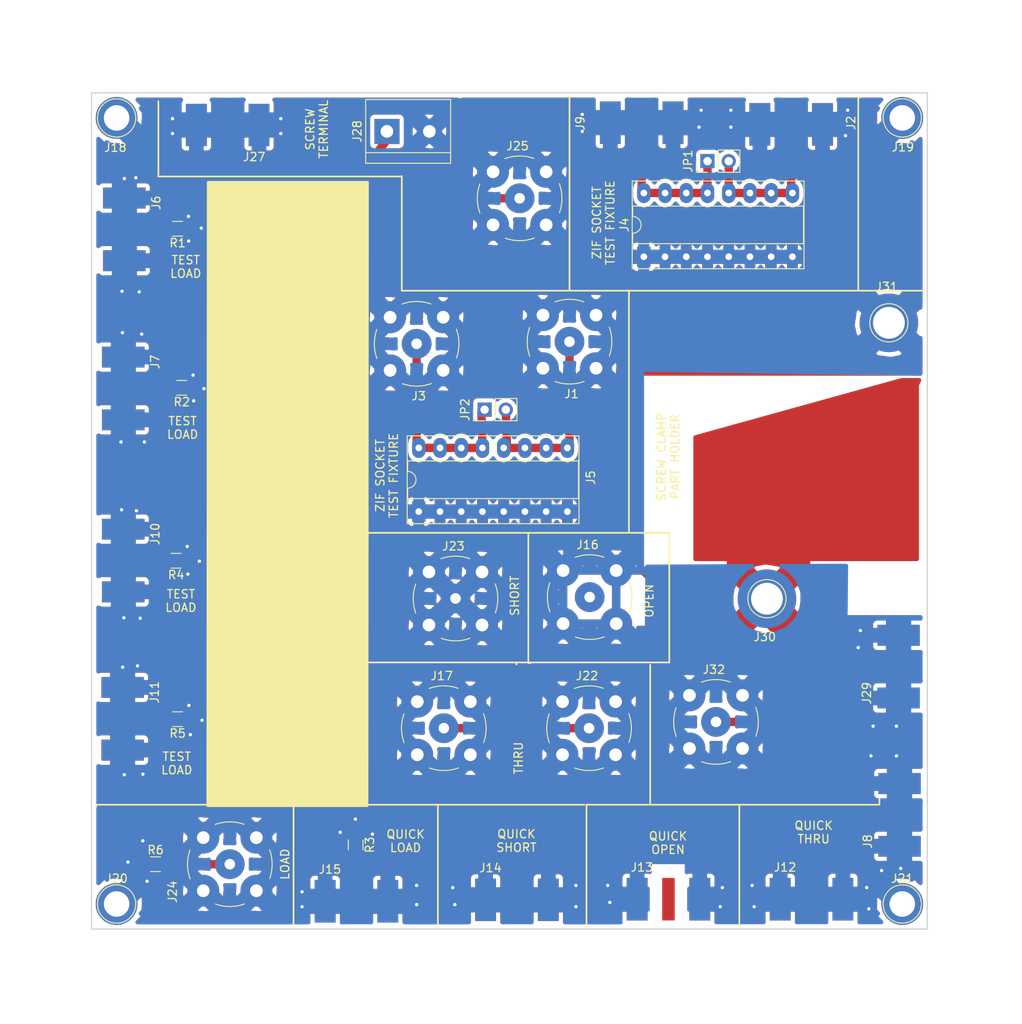
<source format=kicad_pcb>
(kicad_pcb (version 4) (host pcbnew 4.0.7)
  (layers (0 F.Cu signal) (31 B.Cu signal) (34 B.Paste user) (35 F.Paste user) (36 B.SilkS user) (37 F.SilkS user) (38 B.Mask user) (39 F.Mask user) (44 Edge.Cuts user))
  (net 0 "")
  (net 1 GND)
  (net 2 "Net-(J1-Pad1)")
  (net 3 "Net-(J2-Pad1)")
  (net 4 "Net-(J3-Pad1)")
  (net 5 "Net-(J4-Pad13)")
  (net 6 "Net-(J6-Pad1)")
  (net 7 "Net-(J7-Pad1)")
  (net 8 "Net-(J10-Pad1)")
  (net 9 "Net-(J11-Pad1)")
  (net 10 "Net-(J12-Pad1)")
  (net 11 "Net-(J15-Pad1)")
  (net 12 "Net-(J17-Pad1)")
  (net 13 "Net-(J24-Pad1)")
  (net 14 "Net-(J25-Pad1)")
  (net 15 "Net-(J29-Pad1)")
  (module fixture:Amphenol_RF_SMA_132289 (layer F.Cu) (at 133.71 53.77 90)
    (fp_text reference J2 (at 0.175 7.15 90) (layer F.SilkS))
    (fp_text value Conn_Coaxial)
    (pad 2 smd rect (at 0 3.75 180) (size 2.5 5.08) (layers B.Cu B.Paste B.Mask) (net 1 GND))
    (pad 2 smd rect (at 0 -3.75 180) (size 2.5 5.08) (layers B.Cu B.Paste B.Mask) (net 1 GND))
    (pad 2 smd rect (at 0 3.75 180) (size 2.5 5.08) (layers F.Cu F.Paste F.Mask) (net 1 GND))
    (pad 2 smd rect (at 0 -3.75 180) (size 2.5 5.08) (layers F.Cu F.Paste F.Mask) (net 1 GND))
    (pad 1 smd rect (at 0 0 180) (size 1.5 5.08) (layers F.Cu F.Paste F.Mask) (net 3 "Net-(J2-Pad1)"))
  )
  (module Connectors:1pin (layer F.Cu) (at 53 53)
    (fp_text reference J18 (at -0.1426 3.5404) (layer F.SilkS))
    (fp_text value Conn_01x01)
    (pad 1 thru_hole circle (at 0 0) (size 5 5) (drill 3.048) (layers *.Cu *.Mask) (net 1 GND))
  )
  (module Connectors:1pin (layer F.Cu) (at 147 53)
    (fp_text reference J19 (at 0.0787 3.4896) (layer F.SilkS))
    (fp_text value Conn_01x01)
    (pad 1 thru_hole circle (at 0 0) (size 5 5) (drill 3.048) (layers *.Cu *.Mask) (net 1 GND))
  )
  (module Connectors:1pin (layer F.Cu) (at 53 147)
    (fp_text reference J20 (at 0 -3.048) (layer F.SilkS))
    (fp_text value Conn_01x01)
    (pad 1 thru_hole circle (at 0 0) (size 5 5) (drill 3.048) (layers *.Cu *.Mask) (net 1 GND))
  )
  (module Connectors:1pin (layer F.Cu) (at 147 147)
    (fp_text reference J21 (at 0 -3.048) (layer F.SilkS))
    (fp_text value Conn_01x01)
    (pad 1 thru_hole circle (at 0 0) (size 5 5) (drill 3.048) (layers *.Cu *.Mask) (net 1 GND))
  )
  (module fixture:Amphenol_RF_SMA_132289 (layer F.Cu) (at 115.82 53.57 90)
    (fp_text reference J9 (at -0.075 -7.35 90) (layer F.SilkS))
    (fp_text value Conn_Coaxial)
    (pad 2 smd rect (at 0 3.75 180) (size 2.5 5.08) (layers B.Cu B.Paste B.Mask) (net 1 GND))
    (pad 2 smd rect (at 0 -3.75 180) (size 2.5 5.08) (layers B.Cu B.Paste B.Mask) (net 1 GND))
    (pad 2 smd rect (at 0 3.75 180) (size 2.5 5.08) (layers F.Cu F.Paste F.Mask) (net 1 GND))
    (pad 2 smd rect (at 0 -3.75 180) (size 2.5 5.08) (layers F.Cu F.Paste F.Mask) (net 1 GND))
    (pad 1 smd rect (at 0 0 180) (size 1.5 5.08) (layers F.Cu F.Paste F.Mask) (net 5 "Net-(J4-Pad13)"))
  )
  (module Housings_DIP:DIP-16_W7.62mm_Socket_LongPads (layer F.Cu) (at 116.078 69.596 90)
    (fp_text reference J4 (at 3.81 -2.33 90) (layer F.SilkS))
    (fp_text value Conn_02x08_Counter_Clockwise)
    (pad 1 thru_hole rect (at 0 0 90) (size 2.4 1.6) (drill 0.8) (layers *.Cu *.Mask) (net 1 GND))
    (pad 9 thru_hole oval (at 7.62 17.78 90) (size 2.4 1.6) (drill 0.8) (layers *.Cu *.Mask) (net 3 "Net-(J2-Pad1)"))
    (pad 2 thru_hole oval (at 0 2.54 90) (size 2.4 1.6) (drill 0.8) (layers *.Cu *.Mask) (net 1 GND))
    (pad 10 thru_hole oval (at 7.62 15.24 90) (size 2.4 1.6) (drill 0.8) (layers *.Cu *.Mask) (net 3 "Net-(J2-Pad1)"))
    (pad 3 thru_hole oval (at 0 5.08 90) (size 2.4 1.6) (drill 0.8) (layers *.Cu *.Mask) (net 1 GND))
    (pad 11 thru_hole oval (at 7.62 12.7 90) (size 2.4 1.6) (drill 0.8) (layers *.Cu *.Mask) (net 3 "Net-(J2-Pad1)"))
    (pad 4 thru_hole oval (at 0 7.62 90) (size 2.4 1.6) (drill 0.8) (layers *.Cu *.Mask) (net 1 GND))
    (pad 12 thru_hole oval (at 7.62 10.16 90) (size 2.4 1.6) (drill 0.8) (layers *.Cu *.Mask) (net 3 "Net-(J2-Pad1)"))
    (pad 5 thru_hole oval (at 0 10.16 90) (size 2.4 1.6) (drill 0.8) (layers *.Cu *.Mask) (net 1 GND))
    (pad 13 thru_hole oval (at 7.62 7.62 90) (size 2.4 1.6) (drill 0.8) (layers *.Cu *.Mask) (net 5 "Net-(J4-Pad13)"))
    (pad 6 thru_hole oval (at 0 12.7 90) (size 2.4 1.6) (drill 0.8) (layers *.Cu *.Mask) (net 1 GND))
    (pad 14 thru_hole oval (at 7.62 5.08 90) (size 2.4 1.6) (drill 0.8) (layers *.Cu *.Mask) (net 5 "Net-(J4-Pad13)"))
    (pad 7 thru_hole oval (at 0 15.24 90) (size 2.4 1.6) (drill 0.8) (layers *.Cu *.Mask) (net 1 GND))
    (pad 15 thru_hole oval (at 7.62 2.54 90) (size 2.4 1.6) (drill 0.8) (layers *.Cu *.Mask) (net 5 "Net-(J4-Pad13)"))
    (pad 8 thru_hole oval (at 0 17.78 90) (size 2.4 1.6) (drill 0.8) (layers *.Cu *.Mask) (net 1 GND))
    (pad 16 thru_hole oval (at 7.62 0 90) (size 2.4 1.6) (drill 0.8) (layers *.Cu *.Mask) (net 5 "Net-(J4-Pad13)"))
  )
  (module Housings_DIP:DIP-16_W7.62mm_Socket_LongPads (layer F.Cu) (at 89.154 100.076 90)
    (fp_text reference J5 (at 4.064 20.574 90) (layer F.SilkS))
    (fp_text value Conn_02x08_Counter_Clockwise)
    (pad 1 thru_hole rect (at 0 0 90) (size 2.4 1.6) (drill 0.8) (layers *.Cu *.Mask) (net 1 GND))
    (pad 9 thru_hole oval (at 7.62 17.78 90) (size 2.4 1.6) (drill 0.8) (layers *.Cu *.Mask) (net 2 "Net-(J1-Pad1)"))
    (pad 2 thru_hole oval (at 0 2.54 90) (size 2.4 1.6) (drill 0.8) (layers *.Cu *.Mask) (net 1 GND))
    (pad 10 thru_hole oval (at 7.62 15.24 90) (size 2.4 1.6) (drill 0.8) (layers *.Cu *.Mask) (net 2 "Net-(J1-Pad1)"))
    (pad 3 thru_hole oval (at 0 5.08 90) (size 2.4 1.6) (drill 0.8) (layers *.Cu *.Mask) (net 1 GND))
    (pad 11 thru_hole oval (at 7.62 12.7 90) (size 2.4 1.6) (drill 0.8) (layers *.Cu *.Mask) (net 2 "Net-(J1-Pad1)"))
    (pad 4 thru_hole oval (at 0 7.62 90) (size 2.4 1.6) (drill 0.8) (layers *.Cu *.Mask) (net 1 GND))
    (pad 12 thru_hole oval (at 7.62 10.16 90) (size 2.4 1.6) (drill 0.8) (layers *.Cu *.Mask) (net 2 "Net-(J1-Pad1)"))
    (pad 5 thru_hole oval (at 0 10.16 90) (size 2.4 1.6) (drill 0.8) (layers *.Cu *.Mask) (net 1 GND))
    (pad 13 thru_hole oval (at 7.62 7.62 90) (size 2.4 1.6) (drill 0.8) (layers *.Cu *.Mask) (net 4 "Net-(J3-Pad1)"))
    (pad 6 thru_hole oval (at 0 12.7 90) (size 2.4 1.6) (drill 0.8) (layers *.Cu *.Mask) (net 1 GND))
    (pad 14 thru_hole oval (at 7.62 5.08 90) (size 2.4 1.6) (drill 0.8) (layers *.Cu *.Mask) (net 4 "Net-(J3-Pad1)"))
    (pad 7 thru_hole oval (at 0 15.24 90) (size 2.4 1.6) (drill 0.8) (layers *.Cu *.Mask) (net 1 GND))
    (pad 15 thru_hole oval (at 7.62 2.54 90) (size 2.4 1.6) (drill 0.8) (layers *.Cu *.Mask) (net 4 "Net-(J3-Pad1)"))
    (pad 8 thru_hole oval (at 0 17.78 90) (size 2.4 1.6) (drill 0.8) (layers *.Cu *.Mask) (net 1 GND))
    (pad 16 thru_hole oval (at 7.62 0 90) (size 2.4 1.6) (drill 0.8) (layers *.Cu *.Mask) (net 4 "Net-(J3-Pad1)"))
  )
  (module Pin_Headers:Pin_Header_Straight_1x02_Pitch2.54mm (layer F.Cu) (at 123.698 58.166 90)
    (fp_text reference JP1 (at 0 -2.33 90) (layer F.SilkS))
    (fp_text value Jumper_NO_Small)
    (pad 1 thru_hole rect (at 0 0 90) (size 1.7 1.7) (drill 1) (layers *.Cu *.Mask) (net 5 "Net-(J4-Pad13)"))
    (pad 2 thru_hole oval (at 0 2.54 90) (size 1.7 1.7) (drill 1) (layers *.Cu *.Mask) (net 3 "Net-(J2-Pad1)"))
  )
  (module Pin_Headers:Pin_Header_Straight_1x02_Pitch2.54mm (layer F.Cu) (at 97.028 87.884 90)
    (fp_text reference JP2 (at 0 -2.33 90) (layer F.SilkS))
    (fp_text value Jumper_NO_Small)
    (pad 1 thru_hole rect (at 0 0 90) (size 1.7 1.7) (drill 1) (layers *.Cu *.Mask) (net 4 "Net-(J3-Pad1)"))
    (pad 2 thru_hole oval (at 0 2.54 90) (size 1.7 1.7) (drill 1) (layers *.Cu *.Mask) (net 2 "Net-(J1-Pad1)"))
  )
  (module fixture:Amphenol_RF_SMA_132289 (layer F.Cu) (at 53.925 66.325 180)
    (fp_text reference J6 (at -3.81 3.175 450) (layer F.SilkS))
    (fp_text value Conn_Coaxial)
    (pad 2 smd rect (at 0 3.75 270) (size 2.5 5.08) (layers B.Cu B.Paste B.Mask) (net 1 GND))
    (pad 2 smd rect (at 0 -3.75 270) (size 2.5 5.08) (layers B.Cu B.Paste B.Mask) (net 1 GND))
    (pad 2 smd rect (at 0 3.75 270) (size 2.5 5.08) (layers F.Cu F.Paste F.Mask) (net 1 GND))
    (pad 2 smd rect (at 0 -3.75 270) (size 2.5 5.08) (layers F.Cu F.Paste F.Mask) (net 1 GND))
    (pad 1 smd rect (at 0 0 270) (size 1.5 5.08) (layers F.Cu F.Paste F.Mask) (net 6 "Net-(J6-Pad1)"))
  )
  (module fixture:Amphenol_RF_SMA_132289 (layer F.Cu) (at 53.8 85.35 180)
    (fp_text reference J7 (at -3.81 3.175 450) (layer F.SilkS))
    (fp_text value Conn_Coaxial)
    (pad 2 smd rect (at 0 3.75 270) (size 2.5 5.08) (layers B.Cu B.Paste B.Mask) (net 1 GND))
    (pad 2 smd rect (at 0 -3.75 270) (size 2.5 5.08) (layers B.Cu B.Paste B.Mask) (net 1 GND))
    (pad 2 smd rect (at 0 3.75 270) (size 2.5 5.08) (layers F.Cu F.Paste F.Mask) (net 1 GND))
    (pad 2 smd rect (at 0 -3.75 270) (size 2.5 5.08) (layers F.Cu F.Paste F.Mask) (net 1 GND))
    (pad 1 smd rect (at 0 0 270) (size 1.5 5.08) (layers F.Cu F.Paste F.Mask) (net 7 "Net-(J7-Pad1)"))
  )
  (module fixture:Amphenol_RF_SMA_132289 (layer F.Cu) (at 53.8 105.925 180)
    (fp_text reference J10 (at -3.81 3.175 450) (layer F.SilkS))
    (fp_text value Conn_Coaxial)
    (pad 2 smd rect (at 0 3.75 270) (size 2.5 5.08) (layers B.Cu B.Paste B.Mask) (net 1 GND))
    (pad 2 smd rect (at 0 -3.75 270) (size 2.5 5.08) (layers B.Cu B.Paste B.Mask) (net 1 GND))
    (pad 2 smd rect (at 0 3.75 270) (size 2.5 5.08) (layers F.Cu F.Paste F.Mask) (net 1 GND))
    (pad 2 smd rect (at 0 -3.75 270) (size 2.5 5.08) (layers F.Cu F.Paste F.Mask) (net 1 GND))
    (pad 1 smd rect (at 0 0 270) (size 1.5 5.08) (layers F.Cu F.Paste F.Mask) (net 8 "Net-(J10-Pad1)"))
  )
  (module fixture:Amphenol_RF_SMA_132289 (layer F.Cu) (at 53.725 124.85 180)
    (fp_text reference J11 (at -3.81 3.175 450) (layer F.SilkS))
    (fp_text value Conn_Coaxial)
    (pad 2 smd rect (at 0 3.75 270) (size 2.5 5.08) (layers B.Cu B.Paste B.Mask) (net 1 GND))
    (pad 2 smd rect (at 0 -3.75 270) (size 2.5 5.08) (layers B.Cu B.Paste B.Mask) (net 1 GND))
    (pad 2 smd rect (at 0 3.75 270) (size 2.5 5.08) (layers F.Cu F.Paste F.Mask) (net 1 GND))
    (pad 2 smd rect (at 0 -3.75 270) (size 2.5 5.08) (layers F.Cu F.Paste F.Mask) (net 1 GND))
    (pad 1 smd rect (at 0 0 270) (size 1.5 5.08) (layers F.Cu F.Paste F.Mask) (net 9 "Net-(J11-Pad1)"))
  )
  (module Resistors_SMD:R_0805_HandSoldering (layer F.Cu) (at 60.3 66.25 180)
    (fp_text reference R1 (at 0 -1.7 180) (layer F.SilkS))
    (fp_text value R)
    (pad 1 smd rect (at -1.35 0 180) (size 1.5 1.3) (layers F.Cu F.Paste F.Mask) (net 1 GND))
    (pad 2 smd rect (at 1.35 0 180) (size 1.5 1.3) (layers F.Cu F.Paste F.Mask) (net 6 "Net-(J6-Pad1)"))
  )
  (module Resistors_SMD:R_0805_HandSoldering (layer F.Cu) (at 60.8 85.275 180)
    (fp_text reference R2 (at 0 -1.7 180) (layer F.SilkS))
    (fp_text value R)
    (pad 1 smd rect (at -1.35 0 180) (size 1.5 1.3) (layers F.Cu F.Paste F.Mask) (net 1 GND))
    (pad 2 smd rect (at 1.35 0 180) (size 1.5 1.3) (layers F.Cu F.Paste F.Mask) (net 7 "Net-(J7-Pad1)"))
  )
  (module Resistors_SMD:R_0805_HandSoldering (layer F.Cu) (at 60.125 105.95 180)
    (fp_text reference R4 (at 0 -1.7 180) (layer F.SilkS))
    (fp_text value R)
    (pad 1 smd rect (at -1.35 0 180) (size 1.5 1.3) (layers F.Cu F.Paste F.Mask) (net 1 GND))
    (pad 2 smd rect (at 1.35 0 180) (size 1.5 1.3) (layers F.Cu F.Paste F.Mask) (net 8 "Net-(J10-Pad1)"))
  )
  (module Resistors_SMD:R_0805_HandSoldering (layer F.Cu) (at 60.3 124.9 180)
    (fp_text reference R5 (at 0 -1.7 180) (layer F.SilkS))
    (fp_text value R)
    (pad 1 smd rect (at -1.35 0 180) (size 1.5 1.3) (layers F.Cu F.Paste F.Mask) (net 1 GND))
    (pad 2 smd rect (at 1.35 0 180) (size 1.5 1.3) (layers F.Cu F.Paste F.Mask) (net 9 "Net-(J11-Pad1)"))
  )
  (module fixture:Amphenol_RF_SMA_132289 (layer F.Cu) (at 146.675 136.35)
    (fp_text reference J8 (at -3.81 3.175 270) (layer F.SilkS))
    (fp_text value Conn_Coaxial)
    (pad 2 smd rect (at 0 3.75 90) (size 2.5 5.08) (layers B.Cu B.Paste B.Mask) (net 1 GND))
    (pad 2 smd rect (at 0 -3.75 90) (size 2.5 5.08) (layers B.Cu B.Paste B.Mask) (net 1 GND))
    (pad 2 smd rect (at 0 3.75 90) (size 2.5 5.08) (layers F.Cu F.Paste F.Mask) (net 1 GND))
    (pad 2 smd rect (at 0 -3.75 90) (size 2.5 5.08) (layers F.Cu F.Paste F.Mask) (net 1 GND))
    (pad 1 smd rect (at 0 0 90) (size 1.5 5.08) (layers F.Cu F.Paste F.Mask) (net 10 "Net-(J12-Pad1)"))
  )
  (module fixture:Amphenol_RF_SMA_132289 (layer F.Cu) (at 136.15 146.425 270)
    (fp_text reference J12 (at -3.81 3.175 540) (layer F.SilkS))
    (fp_text value Conn_Coaxial)
    (pad 2 smd rect (at 0 3.75) (size 2.5 5.08) (layers B.Cu B.Paste B.Mask) (net 1 GND))
    (pad 2 smd rect (at 0 -3.75) (size 2.5 5.08) (layers B.Cu B.Paste B.Mask) (net 1 GND))
    (pad 2 smd rect (at 0 3.75) (size 2.5 5.08) (layers F.Cu F.Paste F.Mask) (net 1 GND))
    (pad 2 smd rect (at 0 -3.75) (size 2.5 5.08) (layers F.Cu F.Paste F.Mask) (net 1 GND))
    (pad 1 smd rect (at 0 0) (size 1.5 5.08) (layers F.Cu F.Paste F.Mask) (net 10 "Net-(J12-Pad1)"))
  )
  (module fixture:Amphenol_RF_SMA_132289 (layer F.Cu) (at 119.025 146.425 270)
    (fp_text reference J13 (at -3.81 3.175 540) (layer F.SilkS))
    (fp_text value Conn_Coaxial)
    (pad 2 smd rect (at 0 3.75) (size 2.5 5.08) (layers B.Cu B.Paste B.Mask) (net 1 GND))
    (pad 2 smd rect (at 0 -3.75) (size 2.5 5.08) (layers B.Cu B.Paste B.Mask) (net 1 GND))
    (pad 2 smd rect (at 0 3.75) (size 2.5 5.08) (layers F.Cu F.Paste F.Mask) (net 1 GND))
    (pad 2 smd rect (at 0 -3.75) (size 2.5 5.08) (layers F.Cu F.Paste F.Mask) (net 1 GND))
    (pad 1 smd rect (at 0 0) (size 1.5 5.08) (layers F.Cu F.Paste F.Mask))
  )
  (module fixture:Amphenol_RF_SMA_132289 (layer F.Cu) (at 100.9 146.5 270)
    (fp_text reference J14 (at -3.81 3.175 540) (layer F.SilkS))
    (fp_text value Conn_Coaxial)
    (pad 2 smd rect (at 0 3.75) (size 2.5 5.08) (layers B.Cu B.Paste B.Mask) (net 1 GND))
    (pad 2 smd rect (at 0 -3.75) (size 2.5 5.08) (layers B.Cu B.Paste B.Mask) (net 1 GND))
    (pad 2 smd rect (at 0 3.75) (size 2.5 5.08) (layers F.Cu F.Paste F.Mask) (net 1 GND))
    (pad 2 smd rect (at 0 -3.75) (size 2.5 5.08) (layers F.Cu F.Paste F.Mask) (net 1 GND))
    (pad 1 smd rect (at 0 0) (size 1.5 5.08) (layers F.Cu F.Paste F.Mask) (net 1 GND))
  )
  (module fixture:Amphenol_RF_SMA_132289 (layer F.Cu) (at 81.7 146.675 270)
    (fp_text reference J15 (at -3.81 3.175 540) (layer F.SilkS))
    (fp_text value Conn_Coaxial)
    (pad 2 smd rect (at 0 3.75) (size 2.5 5.08) (layers B.Cu B.Paste B.Mask) (net 1 GND))
    (pad 2 smd rect (at 0 -3.75) (size 2.5 5.08) (layers B.Cu B.Paste B.Mask) (net 1 GND))
    (pad 2 smd rect (at 0 3.75) (size 2.5 5.08) (layers F.Cu F.Paste F.Mask) (net 1 GND))
    (pad 2 smd rect (at 0 -3.75) (size 2.5 5.08) (layers F.Cu F.Paste F.Mask) (net 1 GND))
    (pad 1 smd rect (at 0 0) (size 1.5 5.08) (layers F.Cu F.Paste F.Mask) (net 11 "Net-(J15-Pad1)"))
  )
  (module Resistors_SMD:R_0805_HandSoldering (layer F.Cu) (at 81.6 139.925 270)
    (fp_text reference R3 (at 0 -1.7 270) (layer F.SilkS))
    (fp_text value R)
    (pad 1 smd rect (at -1.35 0 270) (size 1.5 1.3) (layers F.Cu F.Paste F.Mask) (net 1 GND))
    (pad 2 smd rect (at 1.35 0 270) (size 1.5 1.3) (layers F.Cu F.Paste F.Mask) (net 11 "Net-(J15-Pad1)"))
  )
  (module Connectors:bnc-ci (layer F.Cu) (at 107.188 79.756 180)
    (fp_text reference J1 (at -0.25 -6.25 180) (layer F.SilkS))
    (fp_text value Conn_Coaxial)
    (pad 2 thru_hole circle (at -3.175 -3.175 180) (size 3.81 3.81) (drill 1.524) (layers *.Cu *.Mask) (net 1 GND))
    (pad 1 thru_hole circle (at 0 0 180) (size 3.556 3.556) (drill 1.27) (layers *.Cu *.Mask) (net 2 "Net-(J1-Pad1)"))
    (pad 2 thru_hole circle (at 3.175 -3.175 180) (size 3.81 3.81) (drill 1.524) (layers *.Cu *.Mask) (net 1 GND))
    (pad 2 thru_hole circle (at -3.175 3.175 180) (size 3.81 3.81) (drill 1.524) (layers *.Cu *.Mask) (net 1 GND))
    (pad 2 thru_hole circle (at 3.175 3.175 180) (size 3.81 3.81) (drill 1.524) (layers *.Cu *.Mask) (net 1 GND))
  )
  (module Connectors:bnc-ci (layer F.Cu) (at 88.9 80.01 180)
    (fp_text reference J3 (at -0.25 -6.25 180) (layer F.SilkS))
    (fp_text value Conn_Coaxial)
    (pad 2 thru_hole circle (at -3.175 -3.175 180) (size 3.81 3.81) (drill 1.524) (layers *.Cu *.Mask) (net 1 GND))
    (pad 1 thru_hole circle (at 0 0 180) (size 3.556 3.556) (drill 1.27) (layers *.Cu *.Mask) (net 4 "Net-(J3-Pad1)"))
    (pad 2 thru_hole circle (at 3.175 -3.175 180) (size 3.81 3.81) (drill 1.524) (layers *.Cu *.Mask) (net 1 GND))
    (pad 2 thru_hole circle (at -3.175 3.175 180) (size 3.81 3.81) (drill 1.524) (layers *.Cu *.Mask) (net 1 GND))
    (pad 2 thru_hole circle (at 3.175 3.175 180) (size 3.81 3.81) (drill 1.524) (layers *.Cu *.Mask) (net 1 GND))
  )
  (module Connectors:bnc-ci (layer F.Cu) (at 109.601 110.2995)
    (fp_text reference J16 (at -0.25 -6.25) (layer F.SilkS))
    (fp_text value Conn_Coaxial)
    (pad 2 thru_hole circle (at -3.175 -3.175) (size 3.81 3.81) (drill 1.524) (layers *.Cu *.Mask) (net 1 GND))
    (pad 1 thru_hole circle (at 0 0) (size 3.556 3.556) (drill 1.27) (layers *.Cu *.Mask))
    (pad 2 thru_hole circle (at 3.175 -3.175) (size 3.81 3.81) (drill 1.524) (layers *.Cu *.Mask) (net 1 GND))
    (pad 2 thru_hole circle (at -3.175 3.175) (size 3.81 3.81) (drill 1.524) (layers *.Cu *.Mask) (net 1 GND))
    (pad 2 thru_hole circle (at 3.175 3.175) (size 3.81 3.81) (drill 1.524) (layers *.Cu *.Mask) (net 1 GND))
  )
  (module Connectors:bnc-ci (layer F.Cu) (at 92.15 125.975)
    (fp_text reference J17 (at -0.25 -6.25) (layer F.SilkS))
    (fp_text value Conn_Coaxial)
    (pad 2 thru_hole circle (at -3.175 -3.175) (size 3.81 3.81) (drill 1.524) (layers *.Cu *.Mask) (net 1 GND))
    (pad 1 thru_hole circle (at 0 0) (size 3.556 3.556) (drill 1.27) (layers *.Cu *.Mask) (net 12 "Net-(J17-Pad1)"))
    (pad 2 thru_hole circle (at 3.175 -3.175) (size 3.81 3.81) (drill 1.524) (layers *.Cu *.Mask) (net 1 GND))
    (pad 2 thru_hole circle (at -3.175 3.175) (size 3.81 3.81) (drill 1.524) (layers *.Cu *.Mask) (net 1 GND))
    (pad 2 thru_hole circle (at 3.175 3.175) (size 3.81 3.81) (drill 1.524) (layers *.Cu *.Mask) (net 1 GND))
  )
  (module Connectors:bnc-ci (layer F.Cu) (at 109.525 125.975)
    (fp_text reference J22 (at -0.25 -6.25) (layer F.SilkS))
    (fp_text value Conn_Coaxial)
    (pad 2 thru_hole circle (at -3.175 -3.175) (size 3.81 3.81) (drill 1.524) (layers *.Cu *.Mask) (net 1 GND))
    (pad 1 thru_hole circle (at 0 0) (size 3.556 3.556) (drill 1.27) (layers *.Cu *.Mask) (net 12 "Net-(J17-Pad1)"))
    (pad 2 thru_hole circle (at 3.175 -3.175) (size 3.81 3.81) (drill 1.524) (layers *.Cu *.Mask) (net 1 GND))
    (pad 2 thru_hole circle (at -3.175 3.175) (size 3.81 3.81) (drill 1.524) (layers *.Cu *.Mask) (net 1 GND))
    (pad 2 thru_hole circle (at 3.175 3.175) (size 3.81 3.81) (drill 1.524) (layers *.Cu *.Mask) (net 1 GND))
  )
  (module Connectors:bnc-ci (layer F.Cu) (at 93.5482 110.4646)
    (fp_text reference J23 (at -0.25 -6.25) (layer F.SilkS))
    (fp_text value Conn_Coaxial)
    (pad 2 thru_hole circle (at -3.175 -3.175) (size 3.81 3.81) (drill 1.524) (layers *.Cu *.Mask) (net 1 GND))
    (pad 1 thru_hole circle (at 0 0) (size 3.556 3.556) (drill 1.27) (layers *.Cu *.Mask) (net 1 GND))
    (pad 2 thru_hole circle (at 3.175 -3.175) (size 3.81 3.81) (drill 1.524) (layers *.Cu *.Mask) (net 1 GND))
    (pad 2 thru_hole circle (at -3.175 3.175) (size 3.81 3.81) (drill 1.524) (layers *.Cu *.Mask) (net 1 GND))
    (pad 2 thru_hole circle (at 3.175 3.175) (size 3.81 3.81) (drill 1.524) (layers *.Cu *.Mask) (net 1 GND))
  )
  (module Connectors:bnc-ci (layer F.Cu) (at 66.548 142.24)
    (fp_text reference J24 (at -6.858 3.302 90) (layer F.SilkS))
    (fp_text value Conn_Coaxial)
    (pad 2 thru_hole circle (at -3.175 -3.175) (size 3.81 3.81) (drill 1.524) (layers *.Cu *.Mask) (net 1 GND))
    (pad 1 thru_hole circle (at 0 0) (size 3.556 3.556) (drill 1.27) (layers *.Cu *.Mask) (net 13 "Net-(J24-Pad1)"))
    (pad 2 thru_hole circle (at 3.175 -3.175) (size 3.81 3.81) (drill 1.524) (layers *.Cu *.Mask) (net 1 GND))
    (pad 2 thru_hole circle (at -3.175 3.175) (size 3.81 3.81) (drill 1.524) (layers *.Cu *.Mask) (net 1 GND))
    (pad 2 thru_hole circle (at 3.175 3.175) (size 3.81 3.81) (drill 1.524) (layers *.Cu *.Mask) (net 1 GND))
  )
  (module Resistors_SMD:R_0805_HandSoldering (layer F.Cu) (at 57.658 142.24)
    (fp_text reference R6 (at 0 -1.7) (layer F.SilkS))
    (fp_text value R)
    (pad 1 smd rect (at -1.35 0) (size 1.5 1.3) (layers F.Cu F.Paste F.Mask) (net 1 GND))
    (pad 2 smd rect (at 1.35 0) (size 1.5 1.3) (layers F.Cu F.Paste F.Mask) (net 13 "Net-(J24-Pad1)"))
  )
  (module Connectors:bnc-ci (layer F.Cu) (at 101.219 62.611)
    (fp_text reference J25 (at -0.25 -6.25) (layer F.SilkS))
    (fp_text value Conn_Coaxial)
    (pad 2 thru_hole circle (at -3.175 -3.175) (size 3.81 3.81) (drill 1.524) (layers *.Cu *.Mask) (net 1 GND))
    (pad 1 thru_hole circle (at 0 0) (size 3.556 3.556) (drill 1.27) (layers *.Cu *.Mask) (net 14 "Net-(J25-Pad1)"))
    (pad 2 thru_hole circle (at 3.175 -3.175) (size 3.81 3.81) (drill 1.524) (layers *.Cu *.Mask) (net 1 GND))
    (pad 2 thru_hole circle (at -3.175 3.175) (size 3.81 3.81) (drill 1.524) (layers *.Cu *.Mask) (net 1 GND))
    (pad 2 thru_hole circle (at 3.175 3.175) (size 3.81 3.81) (drill 1.524) (layers *.Cu *.Mask) (net 1 GND))
  )
  (module fixture:Amphenol_RF_SMA_132289 (layer F.Cu) (at 66.294 53.848 90)
    (fp_text reference J27 (at -3.81 3.175 360) (layer F.SilkS))
    (fp_text value Conn_Coaxial)
    (pad 2 smd rect (at 0 3.75 180) (size 2.5 5.08) (layers B.Cu B.Paste B.Mask) (net 1 GND))
    (pad 2 smd rect (at 0 -3.75 180) (size 2.5 5.08) (layers B.Cu B.Paste B.Mask) (net 1 GND))
    (pad 2 smd rect (at 0 3.75 180) (size 2.5 5.08) (layers F.Cu F.Paste F.Mask) (net 1 GND))
    (pad 2 smd rect (at 0 -3.75 180) (size 2.5 5.08) (layers F.Cu F.Paste F.Mask) (net 1 GND))
    (pad 1 smd rect (at 0 0 180) (size 1.5 5.08) (layers F.Cu F.Paste F.Mask) (net 14 "Net-(J25-Pad1)"))
  )
  (module Connectors_Terminal_Blocks:TerminalBlock_bornier-2_P5.08mm (layer F.Cu) (at 85.344 54.61)
    (fp_text reference J28 (at -3.556 0 90) (layer F.SilkS))
    (fp_text value Conn_01x02)
    (pad 1 thru_hole rect (at 0 0) (size 3 3) (drill 1.52) (layers *.Cu *.Mask) (net 14 "Net-(J25-Pad1)"))
    (pad 2 thru_hole circle (at 5.08 0) (size 3 3) (drill 1.52) (layers *.Cu *.Mask) (net 1 GND))
  )
  (module fixture:Amphenol_RF_SMA_132289 (layer F.Cu) (at 146.558 118.618)
    (fp_text reference J29 (at -3.81 3.175 270) (layer F.SilkS))
    (fp_text value Conn_Coaxial)
    (pad 2 smd rect (at 0 3.75 90) (size 2.5 5.08) (layers B.Cu B.Paste B.Mask) (net 1 GND))
    (pad 2 smd rect (at 0 -3.75 90) (size 2.5 5.08) (layers B.Cu B.Paste B.Mask) (net 1 GND))
    (pad 2 smd rect (at 0 3.75 90) (size 2.5 5.08) (layers F.Cu F.Paste F.Mask) (net 1 GND))
    (pad 2 smd rect (at 0 -3.75 90) (size 2.5 5.08) (layers F.Cu F.Paste F.Mask) (net 1 GND))
    (pad 1 smd rect (at 0 0 90) (size 1.5 5.08) (layers F.Cu F.Paste F.Mask) (net 15 "Net-(J29-Pad1)"))
  )
  (module Connectors:1pin (layer F.Cu) (at 130.81 110.49)
    (fp_text reference J30 (at -0.254 4.572) (layer F.SilkS))
    (fp_text value Conn_01x01)
    (pad 1 thru_hole circle (at 0 0) (size 7 7) (drill 3.8) (layers *.Cu *.Mask) (net 15 "Net-(J29-Pad1)"))
  )
  (module Connectors:1pin (layer F.Cu) (at 145.4 77.5)
    (fp_text reference J31 (at -0.254 -4.318) (layer F.SilkS))
    (fp_text value Conn_01x01)
    (pad 1 thru_hole circle (at 0 0) (size 7 7) (drill 3.8) (layers *.Cu *.Mask) (net 1 GND))
  )
  (module Connectors:bnc-ci (layer F.Cu) (at 124.714 125.222)
    (fp_text reference J32 (at -0.25 -6.25) (layer F.SilkS))
    (fp_text value Conn_Coaxial)
    (pad 2 thru_hole circle (at -3.175 -3.175) (size 3.81 3.81) (drill 1.524) (layers *.Cu *.Mask) (net 1 GND))
    (pad 1 thru_hole circle (at 0 0) (size 3.556 3.556) (drill 1.27) (layers *.Cu *.Mask) (net 15 "Net-(J29-Pad1)"))
    (pad 2 thru_hole circle (at 3.175 -3.175) (size 3.81 3.81) (drill 1.524) (layers *.Cu *.Mask) (net 1 GND))
    (pad 2 thru_hole circle (at -3.175 3.175) (size 3.81 3.81) (drill 1.524) (layers *.Cu *.Mask) (net 1 GND))
    (pad 2 thru_hole circle (at 3.175 3.175) (size 3.81 3.81) (drill 1.524) (layers *.Cu *.Mask) (net 1 GND))
  )
  (gr_line (start 102.2604 118.1862) (end 102.5398 118.1862) (angle 90) (layer F.SilkS) (width 0.2))
  (gr_line (start 102.2604 102.7684) (end 102.2604 118.1862) (angle 90) (layer F.SilkS) (width 0.2))
  (gr_line (start 58 60) (end 58 51) (angle 90) (layer F.SilkS) (width 0.2))
  (gr_line (start 87 60) (end 58 60) (angle 90) (layer F.SilkS) (width 0.2))
  (gr_line (start 141.732 73.66) (end 149.606 73.66) (angle 90) (layer F.SilkS) (width 0.2))
  (gr_line (start 141.732 50.546) (end 141.986 50.546) (angle 90) (layer F.SilkS) (width 0.2))
  (gr_line (start 141.732 73.66) (end 141.732 50.546) (angle 90) (layer F.SilkS) (width 0.2))
  (gr_line (start 114.046 73.66) (end 141.732 73.66) (angle 90) (layer F.SilkS) (width 0.2))
  (gr_line (start 116.84 118.364) (end 116.84 135.128) (angle 90) (layer F.SilkS) (width 0.2))
  (gr_line (start 100.838 118.11) (end 100.838 118.364) (angle 90) (layer F.SilkS) (width 0.2))
  (gr_line (start 119.126 118.11) (end 100.838 118.11) (angle 90) (layer F.SilkS) (width 0.2))
  (gr_line (start 119.126 102.616) (end 119.126 118.11) (angle 90) (layer F.SilkS) (width 0.2))
  (gr_line (start 114.3 102.616) (end 119.126 102.616) (angle 90) (layer F.SilkS) (width 0.2))
  (gr_line (start 100.838 118.11) (end 83.058 118.11) (angle 90) (layer F.SilkS) (width 0.2))
  (gr_line (start 83.058 102.616) (end 83.058 102.87) (angle 90) (layer F.SilkS) (width 0.2))
  (gr_line (start 114.3 102.616) (end 83.058 102.616) (angle 90) (layer F.SilkS) (width 0.2))
  (gr_line (start 114.3 73.66) (end 114.3 102.616) (angle 90) (layer F.SilkS) (width 0.2))
  (gr_line (start 107.188 73.66) (end 114.3 73.66) (angle 90) (layer F.SilkS) (width 0.2))
  (gr_line (start 107.188 73.66) (end 107.188 50.292) (angle 90) (layer F.SilkS) (width 0.2))
  (gr_line (start 87.122 73.66) (end 107.188 73.66) (angle 90) (layer F.SilkS) (width 0.2))
  (gr_line (start 87.122 59.944) (end 87.122 73.66) (angle 90) (layer F.SilkS) (width 0.2))
  (gr_line (start 94.234 50.546) (end 93.98 50.546) (angle 90) (layer F.SilkS) (width 0.2))
  (gr_line (start 50.546 135.128) (end 50.546 135.382) (angle 90) (layer F.SilkS) (width 0.2))
  (gr_line (start 74.168 135.128) (end 50.546 135.128) (angle 90) (layer F.SilkS) (width 0.2))
  (gr_line (start 74.168 135.128) (end 91.44 135.128) (angle 90) (layer F.SilkS) (width 0.2))
  (gr_line (start 74.168 149.352) (end 74.168 135.128) (angle 90) (layer F.SilkS) (width 0.2))
  (gr_line (start 91.44 135.128) (end 108.966 135.128) (angle 90) (layer F.SilkS) (width 0.2))
  (gr_line (start 91.44 149.352) (end 91.44 135.128) (angle 90) (layer F.SilkS) (width 0.2))
  (gr_line (start 109.22 135.128) (end 127.508 135.128) (angle 90) (layer F.SilkS) (width 0.2))
  (gr_line (start 109.22 149.606) (end 109.22 135.128) (angle 90) (layer F.SilkS) (width 0.2))
  (gr_line (start 144.272 135.128) (end 144.272 134.366) (angle 90) (layer F.SilkS) (width 0.2))
  (gr_line (start 127.508 135.128) (end 144.272 135.128) (angle 90) (layer F.SilkS) (width 0.2))
  (gr_line (start 127.508 149.352) (end 127.508 135.128) (angle 90) (layer F.SilkS) (width 0.2))
  (gr_text "SCREW CLAMP\nPART HOLDER" (at 119 93.5 90) (layer F.SilkS) (effects (font (size 1 1))))
  (gr_text "SCREW\nTERMINAL\n" (at 76.962 54.356 90) (layer F.SilkS) (effects (font (size 1 1))))
  (gr_text "QUICK\nSHORT" (at 100.838 139.446) (layer F.SilkS) (effects (font (size 1 1))))
  (gr_text LOAD (at 73.152 142.24 90) (layer F.SilkS) (effects (font (size 1 1))))
  (gr_text SHORT (at 100.6348 110.1344 90) (layer F.SilkS) (effects (font (size 1 1))))
  (gr_text THRU (at 101.092 129.54 90) (layer F.SilkS) (effects (font (size 1 1))))
  (gr_text OPEN (at 116.713 110.744 90) (layer F.SilkS) (effects (font (size 1 1))))
  (gr_text "QUICK\nLOAD" (at 87.575 139.475) (layer F.SilkS) (effects (font (size 1 1))))
  (gr_text "QUICK\nOPEN" (at 118.975 139.7) (layer F.SilkS) (effects (font (size 1 1))))
  (gr_text "QUICK\nTHRU" (at 136.398 138.43) (layer F.SilkS) (effects (font (size 1 1))))
  (gr_text "TEST\nLOAD" (at 60.2 130.175) (layer F.SilkS) (effects (font (size 1 1))))
  (gr_text "TEST\nLOAD" (at 60.7 110.75) (layer F.SilkS) (effects (font (size 1 1))))
  (gr_text "TEST\nLOAD" (at 60.9 90.05) (layer F.SilkS) (effects (font (size 1 1))))
  (gr_text "TEST\nLOAD" (at 61.275 70.8) (layer F.SilkS) (effects (font (size 1 1))))
  (gr_text "ZIF SOCKET\nTEST FIXTURE" (at 85.344 95.758 90) (layer F.SilkS) (effects (font (size 1 1))))
  (gr_text "ZIF SOCKET\nTEST FIXTURE" (at 111.252 65.532 90) (layer F.SilkS) (effects (font (size 1 1))))
  (gr_line (start 50 150) (end 50 50) (angle 90) (layer Edge.Cuts) (width 0.15))
  (gr_line (start 150 150) (end 50 150) (angle 90) (layer Edge.Cuts) (width 0.15))
  (gr_line (start 150 50) (end 150 150) (angle 90) (layer Edge.Cuts) (width 0.15))
  (gr_line (start 50 50) (end 150 50) (angle 90) (layer Edge.Cuts) (width 0.15))
  (segment (start 106.934 100.076) (end 106.934 106.6165) (width 1) (layer F.Cu) (net 1))
  (segment (start 106.934 106.6165) (end 106.426 107.1245) (width 1) (layer F.Cu) (net 1))
  (segment (start 106.426 107.1245) (end 112.776 107.1245) (width 1) (layer F.Cu) (net 1))
  (segment (start 106.426 113.4745) (end 106.426 107.1245) (width 1) (layer F.Cu) (net 1))
  (segment (start 112.776 113.4745) (end 106.426 113.4745) (width 1) (layer F.Cu) (net 1))
  (segment (start 112.776 107.1245) (end 112.776 113.4745) (width 1) (layer F.Cu) (net 1))
  (segment (start 117.1575 117.6655) (end 121.539 122.047) (width 1) (layer B.Cu) (net 1))
  (segment (start 117.1575 107.95) (end 117.1575 117.6655) (width 1) (layer B.Cu) (net 1))
  (segment (start 116.332 107.1245) (end 117.1575 107.95) (width 1) (layer B.Cu) (net 1))
  (segment (start 112.776 107.1245) (end 116.332 107.1245) (width 1) (layer B.Cu) (net 1))
  (segment (start 112.776 107.1245) (end 116.0145 107.1245) (width 1) (layer F.Cu) (net 1))
  (segment (start 117.094 117.602) (end 121.539 122.047) (width 1) (layer F.Cu) (net 1))
  (segment (start 117.094 108.204) (end 117.094 117.602) (width 1) (layer F.Cu) (net 1))
  (segment (start 116.0145 107.1245) (end 117.094 108.204) (width 1) (layer F.Cu) (net 1))
  (segment (start 112.776 107.1245) (end 106.426 107.1245) (width 1) (layer B.Cu) (net 1))
  (segment (start 112.776 113.4745) (end 112.776 107.1245) (width 1) (layer B.Cu) (net 1))
  (segment (start 106.426 113.4745) (end 112.776 113.4745) (width 1) (layer B.Cu) (net 1))
  (segment (start 106.426 107.1245) (end 106.426 113.4745) (width 1) (layer B.Cu) (net 1))
  (segment (start 106.934 100.076) (end 106.934 106.6165) (width 1) (layer B.Cu) (net 1))
  (segment (start 106.934 106.6165) (end 106.426 107.1245) (width 1) (layer B.Cu) (net 1))
  (segment (start 106.426 100.584) (end 106.934 100.076) (width 1) (layer F.Cu) (net 1))
  (segment (start 137.46 53.77) (end 138.86 53.77) (width 0.5) (layer F.Cu) (net 1))
  (via (at 140.462 52.07) (size 0.6) (drill 0.4) (layers F.Cu B.Cu) (net 1))
  (segment (start 140.462 54.864) (end 140.462 52.07) (width 0.5) (layer B.Cu) (net 1))
  (segment (start 140.208 55.118) (end 140.462 54.864) (width 0.5) (layer B.Cu) (net 1))
  (via (at 140.208 55.118) (size 0.6) (drill 0.4) (layers F.Cu B.Cu) (net 1))
  (segment (start 138.86 53.77) (end 140.208 55.118) (width 0.5) (layer F.Cu) (net 1))
  (segment (start 112.07 53.57) (end 109.752 53.57) (width 0.5) (layer F.Cu) (net 1))
  (via (at 108.712 52.578) (size 0.6) (drill 0.4) (layers F.Cu B.Cu) (net 1))
  (segment (start 108.712 54.61) (end 108.712 52.578) (width 0.5) (layer B.Cu) (net 1))
  (via (at 108.712 54.61) (size 0.6) (drill 0.4) (layers F.Cu B.Cu) (net 1))
  (segment (start 109.752 53.57) (end 108.712 54.61) (width 0.5) (layer F.Cu) (net 1))
  (segment (start 77.95 146.675) (end 75.829 146.675) (width 0.5) (layer F.Cu) (net 1))
  (via (at 75.184 145.542) (size 0.6) (drill 0.4) (layers F.Cu B.Cu) (net 1))
  (segment (start 75.184 147.32) (end 75.184 145.542) (width 0.5) (layer B.Cu) (net 1))
  (via (at 75.184 147.32) (size 0.6) (drill 0.4) (layers F.Cu B.Cu) (net 1))
  (segment (start 75.829 146.675) (end 75.184 147.32) (width 0.5) (layer F.Cu) (net 1))
  (segment (start 85.45 146.675) (end 88.509 146.675) (width 0.5) (layer F.Cu) (net 1))
  (via (at 88.9 144.78) (size 0.6) (drill 0.4) (layers F.Cu B.Cu) (net 1))
  (segment (start 88.9 147.066) (end 88.9 144.78) (width 0.5) (layer B.Cu) (net 1))
  (via (at 88.9 147.066) (size 0.6) (drill 0.4) (layers F.Cu B.Cu) (net 1))
  (segment (start 88.509 146.675) (end 88.9 147.066) (width 0.5) (layer F.Cu) (net 1))
  (segment (start 97.15 146.5) (end 94.038 146.5) (width 0.5) (layer F.Cu) (net 1))
  (via (at 93.218 145.034) (size 0.6) (drill 0.4) (layers F.Cu B.Cu) (net 1))
  (segment (start 93.218 146.812) (end 93.218 145.034) (width 0.5) (layer B.Cu) (net 1))
  (segment (start 93.472 147.066) (end 93.218 146.812) (width 0.5) (layer B.Cu) (net 1))
  (via (at 93.472 147.066) (size 0.6) (drill 0.4) (layers F.Cu B.Cu) (net 1))
  (segment (start 94.038 146.5) (end 93.472 147.066) (width 0.5) (layer F.Cu) (net 1))
  (segment (start 104.65 146.5) (end 107.13 146.5) (width 0.5) (layer F.Cu) (net 1))
  (via (at 107.95 144.78) (size 0.6) (drill 0.4) (layers F.Cu B.Cu) (net 1))
  (segment (start 107.95 147.32) (end 107.95 144.78) (width 0.5) (layer B.Cu) (net 1))
  (via (at 107.95 147.32) (size 0.6) (drill 0.4) (layers F.Cu B.Cu) (net 1))
  (segment (start 107.13 146.5) (end 107.95 147.32) (width 0.5) (layer F.Cu) (net 1))
  (segment (start 115.275 146.425) (end 112.401 146.425) (width 0.5) (layer F.Cu) (net 1))
  (via (at 111.76 144.78) (size 0.6) (drill 0.4) (layers F.Cu B.Cu) (net 1))
  (segment (start 111.76 146.558) (end 111.76 144.78) (width 0.5) (layer B.Cu) (net 1))
  (segment (start 112.014 146.812) (end 111.76 146.558) (width 0.5) (layer B.Cu) (net 1))
  (via (at 112.014 146.812) (size 0.6) (drill 0.4) (layers F.Cu B.Cu) (net 1))
  (segment (start 112.401 146.425) (end 112.014 146.812) (width 0.5) (layer F.Cu) (net 1))
  (segment (start 122.775 146.425) (end 124.327 146.425) (width 0.5) (layer F.Cu) (net 1))
  (via (at 125.476 145.034) (size 0.6) (drill 0.4) (layers F.Cu B.Cu) (net 1))
  (segment (start 125.476 147.066) (end 125.476 145.034) (width 0.5) (layer B.Cu) (net 1))
  (segment (start 125.222 147.32) (end 125.476 147.066) (width 0.5) (layer B.Cu) (net 1))
  (via (at 125.222 147.32) (size 0.6) (drill 0.4) (layers F.Cu B.Cu) (net 1))
  (segment (start 124.327 146.425) (end 125.222 147.32) (width 0.5) (layer F.Cu) (net 1))
  (segment (start 132.4 146.425) (end 130.181 146.425) (width 0.5) (layer F.Cu) (net 1))
  (via (at 129.032 144.78) (size 0.6) (drill 0.4) (layers F.Cu B.Cu) (net 1))
  (segment (start 129.032 147.066) (end 129.032 144.78) (width 0.5) (layer B.Cu) (net 1))
  (segment (start 129.286 147.32) (end 129.032 147.066) (width 0.5) (layer B.Cu) (net 1))
  (via (at 129.286 147.32) (size 0.6) (drill 0.4) (layers F.Cu B.Cu) (net 1))
  (segment (start 130.181 146.425) (end 129.286 147.32) (width 0.5) (layer F.Cu) (net 1))
  (segment (start 139.9 146.425) (end 141.853 146.425) (width 0.5) (layer F.Cu) (net 1))
  (via (at 142.748 145.034) (size 0.6) (drill 0.4) (layers F.Cu B.Cu) (net 1))
  (segment (start 142.748 147.32) (end 142.748 145.034) (width 0.5) (layer B.Cu) (net 1))
  (segment (start 143.002 147.574) (end 142.748 147.32) (width 0.5) (layer B.Cu) (net 1))
  (via (at 143.002 147.574) (size 0.6) (drill 0.4) (layers F.Cu B.Cu) (net 1))
  (segment (start 141.853 146.425) (end 143.002 147.574) (width 0.5) (layer F.Cu) (net 1))
  (segment (start 146.675 140.1) (end 146.675 142.611) (width 0.5) (layer F.Cu) (net 1))
  (via (at 144.526 143.002) (size 0.6) (drill 0.4) (layers F.Cu B.Cu) (net 1))
  (segment (start 146.558 143.002) (end 144.526 143.002) (width 0.5) (layer B.Cu) (net 1))
  (segment (start 146.812 142.748) (end 146.558 143.002) (width 0.5) (layer B.Cu) (net 1))
  (via (at 146.812 142.748) (size 0.6) (drill 0.4) (layers F.Cu B.Cu) (net 1))
  (segment (start 146.675 142.611) (end 146.812 142.748) (width 0.5) (layer F.Cu) (net 1))
  (segment (start 146.675 132.6) (end 146.675 129.657) (width 0.5) (layer F.Cu) (net 1))
  (via (at 143.256 129.286) (size 0.6) (drill 0.4) (layers F.Cu B.Cu) (net 1))
  (segment (start 146.304 129.286) (end 143.256 129.286) (width 0.5) (layer B.Cu) (net 1))
  (via (at 146.304 129.286) (size 0.6) (drill 0.4) (layers F.Cu B.Cu) (net 1))
  (segment (start 146.675 129.657) (end 146.304 129.286) (width 0.5) (layer F.Cu) (net 1))
  (segment (start 146.558 122.368) (end 146.558 125.476) (width 0.5) (layer F.Cu) (net 1))
  (via (at 143.51 125.73) (size 0.6) (drill 0.4) (layers F.Cu B.Cu) (net 1))
  (segment (start 146.304 125.73) (end 143.51 125.73) (width 0.5) (layer B.Cu) (net 1))
  (via (at 146.304 125.73) (size 0.6) (drill 0.4) (layers F.Cu B.Cu) (net 1))
  (segment (start 146.558 125.476) (end 146.304 125.73) (width 0.5) (layer F.Cu) (net 1))
  (segment (start 146.558 114.868) (end 142.554 114.868) (width 0.5) (layer F.Cu) (net 1))
  (via (at 141.732 116.332) (size 0.6) (drill 0.4) (layers F.Cu B.Cu) (net 1))
  (segment (start 141.732 114.554) (end 141.732 116.332) (width 0.5) (layer B.Cu) (net 1))
  (segment (start 141.986 114.3) (end 141.732 114.554) (width 0.5) (layer B.Cu) (net 1))
  (via (at 141.986 114.3) (size 0.6) (drill 0.4) (layers F.Cu B.Cu) (net 1))
  (segment (start 142.554 114.868) (end 141.986 114.3) (width 0.5) (layer F.Cu) (net 1))
  (segment (start 129.96 53.77) (end 128.192 53.77) (width 0.5) (layer F.Cu) (net 1))
  (via (at 126.492 54.102) (size 0.6) (drill 0.4) (layers F.Cu B.Cu) (net 1))
  (segment (start 126.492 52.07) (end 126.492 54.102) (width 0.5) (layer B.Cu) (net 1))
  (via (at 126.492 52.07) (size 0.6) (drill 0.4) (layers F.Cu B.Cu) (net 1))
  (segment (start 128.192 53.77) (end 126.492 52.07) (width 0.5) (layer F.Cu) (net 1))
  (segment (start 119.57 53.57) (end 121.436 53.57) (width 0.5) (layer F.Cu) (net 1))
  (via (at 122.682 54.102) (size 0.6) (drill 0.4) (layers F.Cu B.Cu) (net 1))
  (segment (start 122.682 52.324) (end 122.682 54.102) (width 0.5) (layer B.Cu) (net 1))
  (segment (start 122.936 52.07) (end 122.682 52.324) (width 0.5) (layer B.Cu) (net 1))
  (via (at 122.936 52.07) (size 0.6) (drill 0.4) (layers F.Cu B.Cu) (net 1))
  (segment (start 121.436 53.57) (end 122.936 52.07) (width 0.5) (layer F.Cu) (net 1))
  (segment (start 131.318 78.867) (end 131.064 69.85) (width 1) (layer B.Cu) (net 1))
  (segment (start 131.064 69.85) (end 131.318 69.596) (width 1) (layer B.Cu) (net 1))
  (segment (start 131.064 69.85) (end 131.318 69.596) (width 1) (layer F.Cu) (net 1))
  (segment (start 56.308 142.24) (end 56.308 143.938) (width 0.5) (layer F.Cu) (net 1))
  (via (at 56.642 144.272) (size 0.6) (drill 0.4) (layers F.Cu B.Cu) (net 1))
  (segment (start 56.308 143.938) (end 56.642 144.272) (width 0.5) (layer F.Cu) (net 1))
  (segment (start 56.308 142.24) (end 54.61 142.24) (width 0.5) (layer F.Cu) (net 1))
  (via (at 54.356 141.986) (size 0.6) (drill 0.4) (layers F.Cu B.Cu) (net 1))
  (segment (start 54.61 142.24) (end 54.356 141.986) (width 0.5) (layer F.Cu) (net 1))
  (segment (start 56.308 142.24) (end 56.308 139.62) (width 0.5) (layer F.Cu) (net 1))
  (via (at 56.134 139.446) (size 0.6) (drill 0.4) (layers F.Cu B.Cu) (net 1))
  (segment (start 56.308 139.62) (end 56.134 139.446) (width 0.5) (layer F.Cu) (net 1))
  (segment (start 70.044 53.848) (end 71.882 53.848) (width 0.5) (layer F.Cu) (net 1))
  (via (at 72.644 54.864) (size 0.6) (drill 0.4) (layers F.Cu B.Cu) (net 1))
  (segment (start 72.644 53.086) (end 72.644 54.864) (width 0.5) (layer B.Cu) (net 1))
  (via (at 72.644 53.086) (size 0.6) (drill 0.4) (layers F.Cu B.Cu) (net 1))
  (segment (start 71.882 53.848) (end 72.644 53.086) (width 0.5) (layer F.Cu) (net 1))
  (segment (start 62.544 53.848) (end 60.452 53.848) (width 0.5) (layer F.Cu) (net 1))
  (via (at 59.69 54.864) (size 0.6) (drill 0.4) (layers F.Cu B.Cu) (net 1))
  (segment (start 59.69 53.086) (end 59.69 54.864) (width 0.5) (layer B.Cu) (net 1))
  (via (at 59.69 53.086) (size 0.6) (drill 0.4) (layers F.Cu B.Cu) (net 1))
  (segment (start 60.452 53.848) (end 59.69 53.086) (width 0.5) (layer F.Cu) (net 1))
  (segment (start 91.919 99.851) (end 91.694 100.076) (width 0.5) (layer F.Cu) (net 1))
  (segment (start 81.6 138.575) (end 79.9 138.575) (width 0.5) (layer F.Cu) (net 1))
  (via (at 79.75 138.425) (size 0.6) (drill 0.4) (layers F.Cu B.Cu) (net 1))
  (segment (start 79.9 138.575) (end 79.75 138.425) (width 0.5) (layer F.Cu) (net 1))
  (segment (start 81.6 138.575) (end 81.6 136.875) (width 0.5) (layer F.Cu) (net 1))
  (via (at 81.575 136.85) (size 0.6) (drill 0.4) (layers F.Cu B.Cu) (net 1))
  (segment (start 81.6 136.875) (end 81.575 136.85) (width 0.5) (layer F.Cu) (net 1))
  (segment (start 81.6 138.575) (end 83.525 138.575) (width 0.5) (layer F.Cu) (net 1))
  (via (at 83.6 138.65) (size 0.6) (drill 0.4) (layers F.Cu B.Cu) (net 1))
  (segment (start 83.525 138.575) (end 83.6 138.65) (width 0.5) (layer F.Cu) (net 1))
  (segment (start 61.65 124.9) (end 63.1 124.9) (width 0.5) (layer F.Cu) (net 1))
  (via (at 63.225 125.025) (size 0.6) (drill 0.4) (layers F.Cu B.Cu) (net 1))
  (segment (start 63.1 124.9) (end 63.225 125.025) (width 0.5) (layer F.Cu) (net 1))
  (segment (start 62.15 85.275) (end 63.35 85.275) (width 0.5) (layer F.Cu) (net 1))
  (via (at 63.45 85.375) (size 0.6) (drill 0.4) (layers F.Cu B.Cu) (net 1))
  (segment (start 63.35 85.275) (end 63.45 85.375) (width 0.5) (layer F.Cu) (net 1))
  (segment (start 62.15 85.275) (end 62.15 83.75) (width 0.5) (layer F.Cu) (net 1))
  (via (at 62.15 83.75) (size 0.6) (drill 0.4) (layers F.Cu B.Cu) (net 1))
  (segment (start 62.15 85.275) (end 62.15 86.75) (width 0.5) (layer F.Cu) (net 1))
  (segment (start 62.225 86.825) (end 62.225 86.85) (width 0.5) (layer B.Cu) (net 1))
  (via (at 62.225 86.825) (size 0.6) (drill 0.4) (layers F.Cu B.Cu) (net 1))
  (segment (start 62.15 86.75) (end 62.225 86.825) (width 0.5) (layer F.Cu) (net 1))
  (segment (start 61.475 105.95) (end 62.85 105.95) (width 0.5) (layer F.Cu) (net 1))
  (via (at 62.9 106) (size 0.6) (drill 0.4) (layers F.Cu B.Cu) (net 1))
  (segment (start 62.85 105.95) (end 62.9 106) (width 0.5) (layer F.Cu) (net 1))
  (segment (start 61.475 105.95) (end 61.475 107.5) (width 0.5) (layer F.Cu) (net 1))
  (via (at 61.525 107.55) (size 0.6) (drill 0.4) (layers F.Cu B.Cu) (net 1))
  (segment (start 61.475 107.5) (end 61.525 107.55) (width 0.5) (layer F.Cu) (net 1))
  (segment (start 61.475 105.95) (end 61.475 104.275) (width 0.5) (layer F.Cu) (net 1))
  (via (at 61.45 104.25) (size 0.6) (drill 0.4) (layers F.Cu B.Cu) (net 1))
  (segment (start 61.475 104.275) (end 61.45 104.25) (width 0.5) (layer F.Cu) (net 1))
  (segment (start 61.65 124.9) (end 61.65 126.575) (width 0.5) (layer F.Cu) (net 1))
  (segment (start 61.825 126.75) (end 61.8 126.75) (width 0.5) (layer B.Cu) (net 1))
  (via (at 61.825 126.75) (size 0.6) (drill 0.4) (layers F.Cu B.Cu) (net 1))
  (segment (start 61.65 126.575) (end 61.825 126.75) (width 0.5) (layer F.Cu) (net 1))
  (segment (start 61.65 124.9) (end 61.65 123.25) (width 0.5) (layer F.Cu) (net 1))
  (via (at 61.65 123.25) (size 0.6) (drill 0.4) (layers F.Cu B.Cu) (net 1))
  (segment (start 53.725 128.6) (end 53.725 131.35) (width 0.5) (layer F.Cu) (net 1))
  (via (at 56.15 131.475) (size 0.6) (drill 0.4) (layers F.Cu B.Cu) (net 1))
  (segment (start 54 131.475) (end 56.15 131.475) (width 0.5) (layer B.Cu) (net 1))
  (segment (start 53.925 131.55) (end 54 131.475) (width 0.5) (layer B.Cu) (net 1))
  (via (at 53.925 131.55) (size 0.6) (drill 0.4) (layers F.Cu B.Cu) (net 1))
  (segment (start 53.725 131.35) (end 53.925 131.55) (width 0.5) (layer F.Cu) (net 1))
  (segment (start 53.725 121.1) (end 53.725 118.675) (width 0.5) (layer F.Cu) (net 1))
  (via (at 55.5 118.525) (size 0.6) (drill 0.4) (layers F.Cu B.Cu) (net 1))
  (segment (start 53.875 118.525) (end 55.5 118.525) (width 0.5) (layer B.Cu) (net 1))
  (segment (start 53.725 118.675) (end 53.875 118.525) (width 0.5) (layer B.Cu) (net 1))
  (via (at 53.725 118.675) (size 0.6) (drill 0.4) (layers F.Cu B.Cu) (net 1))
  (segment (start 53.8 109.675) (end 53.8 112.7) (width 0.5) (layer F.Cu) (net 1))
  (via (at 55.825 112.825) (size 0.6) (drill 0.4) (layers F.Cu B.Cu) (net 1))
  (segment (start 53.925 112.825) (end 55.825 112.825) (width 0.5) (layer B.Cu) (net 1))
  (segment (start 53.875 112.775) (end 53.925 112.825) (width 0.5) (layer B.Cu) (net 1))
  (via (at 53.875 112.775) (size 0.6) (drill 0.4) (layers F.Cu B.Cu) (net 1))
  (segment (start 53.8 112.7) (end 53.875 112.775) (width 0.5) (layer F.Cu) (net 1))
  (segment (start 53.8 102.175) (end 53.8 100.05) (width 0.5) (layer F.Cu) (net 1))
  (via (at 55.375 99.975) (size 0.6) (drill 0.4) (layers F.Cu B.Cu) (net 1))
  (segment (start 53.725 99.975) (end 55.375 99.975) (width 0.5) (layer B.Cu) (net 1))
  (segment (start 53.6 99.85) (end 53.725 99.975) (width 0.5) (layer B.Cu) (net 1))
  (via (at 53.6 99.85) (size 0.6) (drill 0.4) (layers F.Cu B.Cu) (net 1))
  (segment (start 53.8 100.05) (end 53.6 99.85) (width 0.5) (layer F.Cu) (net 1))
  (segment (start 53.8 89.1) (end 53.8 91.475) (width 0.5) (layer F.Cu) (net 1))
  (via (at 56.325 91.75) (size 0.6) (drill 0.4) (layers F.Cu B.Cu) (net 1))
  (segment (start 53.525 91.75) (end 56.325 91.75) (width 0.5) (layer B.Cu) (net 1))
  (via (at 53.525 91.75) (size 0.6) (drill 0.4) (layers F.Cu B.Cu) (net 1))
  (segment (start 53.8 91.475) (end 53.525 91.75) (width 0.5) (layer F.Cu) (net 1))
  (segment (start 53.8 81.6) (end 53.8 78.775) (width 0.5) (layer F.Cu) (net 1))
  (via (at 56 78.85) (size 0.6) (drill 0.4) (layers F.Cu B.Cu) (net 1))
  (segment (start 53.875 78.85) (end 56 78.85) (width 0.5) (layer B.Cu) (net 1))
  (segment (start 53.7 78.675) (end 53.875 78.85) (width 0.5) (layer B.Cu) (net 1))
  (via (at 53.7 78.675) (size 0.6) (drill 0.4) (layers F.Cu B.Cu) (net 1))
  (segment (start 53.8 78.775) (end 53.7 78.675) (width 0.5) (layer F.Cu) (net 1))
  (segment (start 53.925 70.075) (end 53.925 73.45) (width 0.5) (layer F.Cu) (net 1))
  (via (at 55.7 73.8) (size 0.6) (drill 0.4) (layers F.Cu B.Cu) (net 1))
  (segment (start 53.725 73.8) (end 55.7 73.8) (width 0.5) (layer B.Cu) (net 1))
  (segment (start 53.65 73.725) (end 53.725 73.8) (width 0.5) (layer B.Cu) (net 1))
  (via (at 53.65 73.725) (size 0.6) (drill 0.4) (layers F.Cu B.Cu) (net 1))
  (segment (start 53.925 73.45) (end 53.65 73.725) (width 0.5) (layer F.Cu) (net 1))
  (segment (start 53.925 62.575) (end 53.925 60.25) (width 0.5) (layer F.Cu) (net 1))
  (via (at 55.3 60.15) (size 0.6) (drill 0.4) (layers F.Cu B.Cu) (net 1))
  (segment (start 54.025 60.15) (end 55.3 60.15) (width 0.5) (layer B.Cu) (net 1))
  (segment (start 53.925 60.25) (end 54.025 60.15) (width 0.5) (layer B.Cu) (net 1))
  (via (at 53.925 60.25) (size 0.6) (drill 0.4) (layers F.Cu B.Cu) (net 1))
  (segment (start 61.65 66.25) (end 63.05 66.25) (width 0.5) (layer F.Cu) (net 1))
  (via (at 63.125 66.175) (size 0.6) (drill 0.4) (layers F.Cu B.Cu) (net 1))
  (segment (start 63.05 66.25) (end 63.125 66.175) (width 0.5) (layer F.Cu) (net 1))
  (segment (start 61.65 66.25) (end 61.65 67.7) (width 0.5) (layer F.Cu) (net 1))
  (via (at 61.625 67.725) (size 0.6) (drill 0.4) (layers F.Cu B.Cu) (net 1))
  (segment (start 61.65 67.7) (end 61.625 67.725) (width 0.5) (layer F.Cu) (net 1))
  (segment (start 61.65 66.25) (end 61.65 64.825) (width 0.5) (layer F.Cu) (net 1))
  (via (at 61.6 64.775) (size 0.6) (drill 0.4) (layers F.Cu B.Cu) (net 1))
  (segment (start 61.65 64.825) (end 61.6 64.775) (width 0.5) (layer F.Cu) (net 1))
  (segment (start 107.188 79.756) (end 107.188 92.202) (width 1) (layer F.Cu) (net 2))
  (segment (start 107.188 92.202) (end 106.934 92.456) (width 1) (layer F.Cu) (net 2))
  (segment (start 104.394 92.456) (end 106.934 92.456) (width 1) (layer F.Cu) (net 2))
  (segment (start 101.854 92.456) (end 104.394 92.456) (width 1) (layer F.Cu) (net 2))
  (segment (start 99.314 92.456) (end 101.854 92.456) (width 1) (layer F.Cu) (net 2))
  (segment (start 99.568 87.884) (end 99.694 92.076) (width 1) (layer F.Cu) (net 2))
  (segment (start 99.694 92.076) (end 99.314 92.456) (width 1) (layer F.Cu) (net 2))
  (segment (start 99.188 88.264) (end 99.568 87.884) (width 0.5) (layer F.Cu) (net 2))
  (segment (start 126.238 61.976) (end 126.238 58.166) (width 1) (layer F.Cu) (net 3))
  (segment (start 128.778 61.976) (end 126.238 61.976) (width 1) (layer F.Cu) (net 3))
  (segment (start 131.318 61.976) (end 128.778 61.976) (width 1) (layer F.Cu) (net 3))
  (segment (start 131.318 61.976) (end 133.858 61.976) (width 1) (layer F.Cu) (net 3))
  (segment (start 133.71 53.77) (end 133.71 61.828) (width 1) (layer F.Cu) (net 3))
  (segment (start 133.71 61.828) (end 133.858 61.976) (width 1) (layer F.Cu) (net 3))
  (segment (start 88.9 80.01) (end 88.9 92.202) (width 1) (layer F.Cu) (net 4))
  (segment (start 88.9 92.202) (end 89.154 92.456) (width 1) (layer F.Cu) (net 4))
  (segment (start 91.694 92.456) (end 89.154 92.456) (width 1) (layer F.Cu) (net 4))
  (segment (start 94.234 92.456) (end 91.127 92.456) (width 1) (layer F.Cu) (net 4))
  (segment (start 91.127 92.456) (end 91.694 92.456) (width 1) (layer F.Cu) (net 4))
  (segment (start 96.774 92.456) (end 94.234 92.456) (width 1) (layer F.Cu) (net 4))
  (segment (start 96.774 92.456) (end 96.648 88.264) (width 1) (layer F.Cu) (net 4))
  (segment (start 96.648 88.264) (end 97.028 87.884) (width 1) (layer F.Cu) (net 4))
  (segment (start 97.154 92.076) (end 96.774 92.456) (width 0.5) (layer F.Cu) (net 4))
  (segment (start 118.618 61.976) (end 116.078 61.976) (width 1) (layer F.Cu) (net 5))
  (segment (start 121.158 61.976) (end 118.618 61.976) (width 1) (layer F.Cu) (net 5))
  (segment (start 123.698 61.976) (end 121.158 61.976) (width 1) (layer F.Cu) (net 5))
  (segment (start 123.698 58.166) (end 123.698 61.976) (width 1) (layer F.Cu) (net 5))
  (segment (start 115.82 53.57) (end 115.82 61.718) (width 1) (layer F.Cu) (net 5))
  (segment (start 115.82 61.718) (end 116.078 61.976) (width 1) (layer F.Cu) (net 5))
  (segment (start 53.925 66.325) (end 58.875 66.325) (width 1) (layer F.Cu) (net 6))
  (segment (start 58.875 66.325) (end 58.95 66.25) (width 1) (layer F.Cu) (net 6))
  (segment (start 58.875 66.325) (end 58.95 66.25) (width 0.5) (layer F.Cu) (net 6))
  (segment (start 59.45 85.275) (end 53.875 85.275) (width 1) (layer F.Cu) (net 7))
  (segment (start 53.875 85.275) (end 53.8 85.35) (width 1) (layer F.Cu) (net 7))
  (segment (start 59.375 85.35) (end 59.45 85.275) (width 0.5) (layer F.Cu) (net 7))
  (segment (start 58.775 105.95) (end 53.825 105.95) (width 1) (layer F.Cu) (net 8))
  (segment (start 53.825 105.95) (end 53.8 105.925) (width 1) (layer F.Cu) (net 8))
  (segment (start 58.75 105.925) (end 58.775 105.95) (width 0.5) (layer F.Cu) (net 8))
  (segment (start 58.95 124.9) (end 53.775 124.9) (width 0.5) (layer F.Cu) (net 9))
  (segment (start 53.775 124.9) (end 53.725 124.85) (width 0.5) (layer F.Cu) (net 9))
  (segment (start 136.15 146.425) (end 136.15 140.575) (width 1) (layer F.Cu) (net 10))
  (segment (start 140.375 136.35) (end 146.675 136.35) (width 1) (layer F.Cu) (net 10))
  (segment (start 136.15 140.575) (end 140.375 136.35) (width 1) (layer F.Cu) (net 10))
  (segment (start 81.6 141.275) (end 81.6 146.575) (width 1) (layer F.Cu) (net 11))
  (segment (start 81.6 146.575) (end 81.7 146.675) (width 1) (layer F.Cu) (net 11))
  (segment (start 92.15 125.975) (end 109.525 125.975) (width 1) (layer F.Cu) (net 12))
  (segment (start 66.548 142.24) (end 59.008 142.24) (width 1) (layer F.Cu) (net 13))
  (segment (start 101.219 62.611) (end 87.757 62.611) (width 1) (layer F.Cu) (net 14))
  (segment (start 87.757 62.611) (end 83.356174 58.210174) (width 1) (layer F.Cu) (net 14))
  (segment (start 85.344 54.61) (end 85.344 55.626) (width 1) (layer F.Cu) (net 14))
  (segment (start 85.344 55.626) (end 83.356174 58.210174) (width 1) (layer F.Cu) (net 14))
  (segment (start 83.356174 58.210174) (end 82.804 58.928) (width 1) (layer F.Cu) (net 14))
  (segment (start 82.804 58.928) (end 68.072 58.928) (width 1) (layer F.Cu) (net 14))
  (segment (start 68.072 58.928) (end 66.294 57.15) (width 1) (layer F.Cu) (net 14))
  (segment (start 66.294 57.15) (end 66.294 53.848) (width 1) (layer F.Cu) (net 14))
  (segment (start 130.81 110.49) (end 130.81 113.284) (width 1) (layer F.Cu) (net 15))
  (segment (start 130.81 113.284) (end 139.827 122.301) (width 1) (layer F.Cu) (net 15))
  (segment (start 124.714 125.222) (end 136.906 125.222) (width 1) (layer F.Cu) (net 15))
  (segment (start 136.906 125.222) (end 139.827 122.301) (width 1) (layer F.Cu) (net 15))
  (segment (start 139.827 122.301) (end 143.51 118.618) (width 1) (layer F.Cu) (net 15))
  (segment (start 143.51 118.618) (end 146.558 118.618) (width 1) (layer F.Cu) (net 15))
  (zone (net 0) (net_name "") (layer F.SilkS) (connect_pads (clearance 0.5)) (min_thickness 0.254) (fill yes (arc_segments 16) (thermal_gap 0.508) (thermal_bridge_width 0.508))
    (polygon (pts (xy 83.125 135.4) (xy 63.75 135.4) (xy 63.8 60.537) (xy 83.175 60.537)))
  )
  (zone (net 1) (net_name GND) (layer F.Cu) (connect_pads (clearance 0.5)) (min_thickness 0.5) (fill yes (arc_segments 16) (thermal_gap 0.508) (thermal_bridge_width 3))
    (polygon (pts (xy 50.3555 50.419) (xy 149.4155 50.419) (xy 149.4155 83.82) (xy 114.681 83.82) (xy 114.681 106.8705) (xy 106.426 106.8705) (xy 106.426 113.7285) (xy 113.0935 113.7285) (xy 116.205 113.7285) (xy 116.205 119.9515) (xy 140.462 119.9515) (xy 140.462 112.4585) (xy 149.606 112.4585) (xy 149.606 149.4155) (xy 120.9675 149.4155) (xy 121.031 142.1765) (xy 117.0305 142.1765) (xy 116.967 149.5425) (xy 50.165 149.5425) (xy 50.165 50.7365) (xy 50.038 50.7365)))
  )
  (zone (net 1) (net_name GND) (layer B.Cu) (connect_pads (clearance 0.5)) (min_thickness 0.5) (fill yes (arc_segments 16) (thermal_gap 0.508) (thermal_bridge_width 3))
    (polygon (pts (xy 149.4155 83.82) (xy 116.1075 83.358) (xy 116.1075 106.4085) (xy 140.524762 106.307814) (xy 140.462 112.4585) (xy 149.606 112.4585) (xy 149.606 149.4155) (xy 120.9675 149.4155) (xy 120.9675 142.24) (xy 116.967 142.24) (xy 116.967 149.5425) (xy 50.165 149.5425) (xy 50.165 50.7365) (xy 50.038 50.7365) (xy 50.3555 50.419) (xy 149.4155 50.419)))
    (polygon (pts (xy 106.426 106.8705) (xy 106.426 113.7285) (xy 116.205 113.7285) (xy 116.264495 106.708149)))
  )
  (zone (net 15) (net_name "Net-(J29-Pad1)") (layer F.Cu) (connect_pads (clearance 0.5)) (min_thickness 0.5) (fill yes (arc_segments 16) (thermal_gap 0.508) (thermal_bridge_width 3))
    (polygon (pts (xy 149.4 84.1) (xy 146.9 84.1) (xy 122 91) (xy 122 106) (xy 126 106) (xy 126 115) (xy 136 115) (xy 136 106) (xy 149 106) (xy 149 85)))
  )
)
</source>
